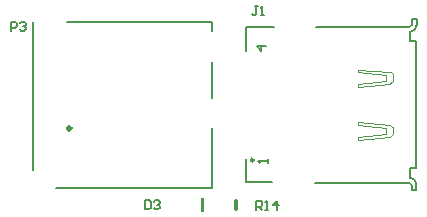
<source format=gto>
G04 Layer_Color=65535*
%FSLAX43Y43*%
%MOMM*%
G71*
G01*
G75*
%ADD19C,0.254*%
%ADD50C,0.102*%
%ADD51C,0.127*%
%ADD52C,0.320*%
%ADD53C,0.305*%
%ADD54C,0.152*%
%ADD55C,0.200*%
G36*
X18975Y925D02*
X18750D01*
Y2075D01*
X18975D01*
Y925D01*
D02*
G37*
D19*
X23215Y5305D02*
G03*
X23215Y5305I-120J0D01*
G01*
D50*
X34803Y7249D02*
G03*
X35063Y7456I-22J294D01*
G01*
X35063Y7456D02*
G03*
X35063Y8027I-931J286D01*
G01*
X35063Y8027D02*
G03*
X34803Y8235I-282J-86D01*
G01*
X35063Y12544D02*
G03*
X34803Y12751I-282J-86D01*
G01*
X35063Y11973D02*
G03*
X35063Y12544I-931J286D01*
G01*
X34803Y11765D02*
G03*
X35063Y11973I-22J294D01*
G01*
X32052Y7041D02*
X34803Y7249D01*
X32052Y8495D02*
X34803Y8235D01*
X32052Y8495D02*
X32052Y8287D01*
X34440Y8027D01*
Y7508D02*
Y8027D01*
X32052Y7249D02*
X34440Y7508D01*
X32052Y7249D02*
X32052Y7041D01*
Y12959D02*
X34803Y12751D01*
X32052Y11505D02*
X34803Y11765D01*
X32052Y11713D02*
X32052Y11505D01*
X32052Y11713D02*
X34440Y11973D01*
Y12492D01*
X32052Y12751D02*
X34440Y12492D01*
X32052Y12751D02*
Y12959D01*
D51*
X37000Y3277D02*
G03*
X36473Y3803I-526J0D01*
G01*
X36602Y3208D02*
G03*
X36405Y3405I-197J0D01*
G01*
X36410Y16580D02*
G03*
X36607Y16777I0J197D01*
G01*
X36478Y16182D02*
G03*
X37005Y16708I0J526D01*
G01*
X36605Y2750D02*
X37000Y2750D01*
X36605Y3208D02*
X36605Y2750D01*
X36473Y4630D02*
X37000D01*
X36473Y3803D02*
Y4630D01*
X37000Y2750D02*
Y3277D01*
X37005Y16708D02*
Y17235D01*
X36478Y15355D02*
Y16182D01*
Y15355D02*
X37000D01*
X36610Y16777D02*
X36610Y17235D01*
X37005D01*
X37000Y4630D02*
Y15355D01*
X19725Y2975D02*
Y8034D01*
X6502Y2975D02*
X19725D01*
X4515Y4445D02*
Y16975D01*
X7455D02*
X19725Y16975D01*
Y16241D02*
Y16975D01*
Y10566D02*
Y13609D01*
X28448Y3405D02*
X36405D01*
X22600Y16575D02*
X24943D01*
X22600Y3425D02*
X24790D01*
X22600D02*
Y5430D01*
X22600Y14570D02*
Y16575D01*
X28454Y16580D02*
X36410D01*
X23546Y18339D02*
X23292D01*
X23419D01*
Y17704D01*
X23292Y17577D01*
X23165D01*
X23038Y17704D01*
X23800Y17577D02*
X24053D01*
X23927D01*
Y18339D01*
X23800Y18212D01*
X2667Y16256D02*
Y17018D01*
X3048D01*
X3175Y16891D01*
Y16637D01*
X3048Y16510D01*
X2667D01*
X3429Y16891D02*
X3556Y17018D01*
X3810D01*
X3937Y16891D01*
Y16764D01*
X3810Y16637D01*
X3683D01*
X3810D01*
X3937Y16510D01*
Y16383D01*
X3810Y16256D01*
X3556D01*
X3429Y16383D01*
D52*
X7750Y8000D02*
G03*
X7750Y8000I-150J0D01*
G01*
D53*
X21750Y1126D02*
Y1851D01*
D54*
X14000Y1887D02*
Y1125D01*
X14381D01*
X14508Y1252D01*
Y1760D01*
X14381Y1887D01*
X14000D01*
X14762Y1760D02*
X14889Y1887D01*
X15143D01*
X15270Y1760D01*
Y1633D01*
X15143Y1506D01*
X15016D01*
X15143D01*
X15270Y1379D01*
Y1252D01*
X15143Y1125D01*
X14889D01*
X14762Y1252D01*
X23450Y1100D02*
Y1862D01*
X23831D01*
X23958Y1735D01*
Y1481D01*
X23831Y1354D01*
X23450D01*
X23704D02*
X23958Y1100D01*
X24212D02*
X24466D01*
X24339D01*
Y1862D01*
X24212Y1735D01*
X25227Y1100D02*
Y1862D01*
X24847Y1481D01*
X25354D01*
D55*
X24420Y5100D02*
Y5367D01*
Y5233D01*
X23620D01*
X23753Y5100D01*
X24270Y14950D02*
X23470D01*
X23870Y14550D01*
Y15083D01*
M02*

</source>
